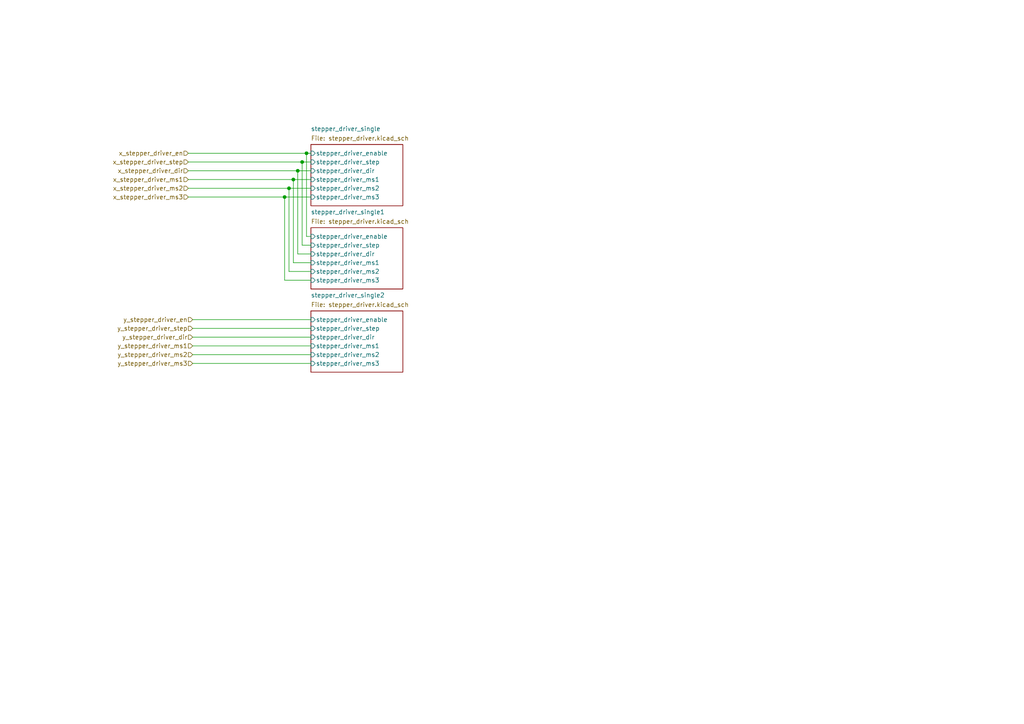
<source format=kicad_sch>
(kicad_sch (version 20230121) (generator eeschema)
  (paper "A4")
  (lib_symbols)
  (junction (at 87.63 46.99))
  (junction (at 88.9 44.45))
  (junction (at 86.36 49.53))
  (junction (at 83.82 54.61))
  (junction (at 85.09 52.07))
  (junction (at 82.55 57.15))
  (wire (pts (xy 90.17 44.45) (xy 88.9 44.45)))
  (wire (pts (xy 90.17 46.99) (xy 87.63 46.99)))
  (wire (pts (xy 83.82 78.74) (xy 90.17 78.74)))
  (wire (pts (xy 88.9 68.58) (xy 90.17 68.58)))
  (wire (pts (xy 55.88 95.25) (xy 90.17 95.25)))
  (wire (pts (xy 87.63 46.99) (xy 87.63 71.12)))
  (wire (pts (xy 55.88 92.71) (xy 90.17 92.71)))
  (wire (pts (xy 55.88 105.41) (xy 90.17 105.41)))
  (wire (pts (xy 88.9 44.45) (xy 88.9 68.58)))
  (wire (pts (xy 54.61 49.53) (xy 86.36 49.53)))
  (wire (pts (xy 54.61 57.15) (xy 82.55 57.15)))
  (wire (pts (xy 85.09 52.07) (xy 90.17 52.07)))
  (wire (pts (xy 85.09 76.2) (xy 85.09 52.07)))
  (wire (pts (xy 55.88 97.79) (xy 90.17 97.79)))
  (wire (pts (xy 90.17 81.28) (xy 82.55 81.28)))
  (wire (pts (xy 86.36 49.53) (xy 90.17 49.53)))
  (wire (pts (xy 82.55 81.28) (xy 82.55 57.15)))
  (wire (pts (xy 54.61 52.07) (xy 85.09 52.07)))
  (wire (pts (xy 55.88 102.87) (xy 90.17 102.87)))
  (wire (pts (xy 86.36 73.66) (xy 86.36 49.53)))
  (wire (pts (xy 54.61 44.45) (xy 88.9 44.45)))
  (wire (pts (xy 90.17 73.66) (xy 86.36 73.66)))
  (wire (pts (xy 54.61 54.61) (xy 83.82 54.61)))
  (wire (pts (xy 83.82 54.61) (xy 83.82 78.74)))
  (wire (pts (xy 90.17 76.2) (xy 85.09 76.2)))
  (wire (pts (xy 54.61 46.99) (xy 87.63 46.99)))
  (wire (pts (xy 90.17 54.61) (xy 83.82 54.61)))
  (wire (pts (xy 55.88 100.33) (xy 90.17 100.33)))
  (wire (pts (xy 82.55 57.15) (xy 90.17 57.15)))
  (wire (pts (xy 87.63 71.12) (xy 90.17 71.12)))
  (hierarchical_label "x_stepper_driver_ms1" (shape input) (at 54.61 52.07 180))
  (hierarchical_label "x_stepper_driver_dir" (shape input) (at 54.61 49.53 180))
  (hierarchical_label "x_stepper_driver_en" (shape input) (at 54.61 44.45 180))
  (hierarchical_label "x_stepper_driver_ms3" (shape input) (at 54.61 57.15 180))
  (hierarchical_label "y_stepper_driver_ms3" (shape input) (at 55.88 105.41 180))
  (hierarchical_label "y_stepper_driver_ms1" (shape input) (at 55.88 100.33 180))
  (hierarchical_label "y_stepper_driver_ms2" (shape input) (at 55.88 102.87 180))
  (hierarchical_label "y_stepper_driver_dir" (shape input) (at 55.88 97.79 180))
  (hierarchical_label "y_stepper_driver_step" (shape input) (at 55.88 95.25 180))
  (hierarchical_label "x_stepper_driver_step" (shape input) (at 54.61 46.99 180))
  (hierarchical_label "x_stepper_driver_ms2" (shape input) (at 54.61 54.61 180))
  (hierarchical_label "y_stepper_driver_en" (shape input) (at 55.88 92.71 180))
  (sheet (at 90.17 41.91) (size 26.67 17.78) (stroke (width 0.1524))
    (property "Sheetname" "stepper_driver_single" (at 90.17 38.1 0) (effects (justify left bottom)))
    (property "Sheetfile" "stepper_driver.kicad_sch" (at 90.17 39.37 0) (effects (justify left top)))
    (pin "stepper_driver_enable" input (at 90.17 44.45 180))
    (pin "stepper_driver_ms2" input (at 90.17 54.61 180))
    (pin "stepper_driver_ms1" input (at 90.17 52.07 180))
    (pin "stepper_driver_step" input (at 90.17 46.99 180))
    (pin "stepper_driver_dir" input (at 90.17 49.53 180))
    (pin "stepper_driver_ms3" input (at 90.17 57.15 180))
  )
  (sheet (at 90.17 90.17) (size 26.67 17.78) (stroke (width 0.1524))
    (property "Sheetname" "stepper_driver_single2" (at 90.17 86.36 0) (effects (justify left bottom)))
    (property "Sheetfile" "stepper_driver.kicad_sch" (at 90.17 87.63 0) (effects (justify left top)))
    (pin "stepper_driver_enable" input (at 90.17 92.71 180))
    (pin "stepper_driver_ms2" input (at 90.17 102.87 180))
    (pin "stepper_driver_ms1" input (at 90.17 100.33 180))
    (pin "stepper_driver_step" input (at 90.17 95.25 180))
    (pin "stepper_driver_dir" input (at 90.17 97.79 180))
    (pin "stepper_driver_ms3" input (at 90.17 105.41 180))
  )
  (sheet (at 90.17 66.04) (size 26.67 17.78) (stroke (width 0.1524))
    (property "Sheetname" "stepper_driver_single1" (at 90.17 62.23 0) (effects (justify left bottom)))
    (property "Sheetfile" "stepper_driver.kicad_sch" (at 90.17 63.5 0) (effects (justify left top)))
    (pin "stepper_driver_enable" input (at 90.17 68.58 180))
    (pin "stepper_driver_ms2" input (at 90.17 78.74 180))
    (pin "stepper_driver_ms1" input (at 90.17 76.2 180))
    (pin "stepper_driver_step" input (at 90.17 71.12 180))
    (pin "stepper_driver_dir" input (at 90.17 73.66 180))
    (pin "stepper_driver_ms3" input (at 90.17 81.28 180))
  )
)
</source>
